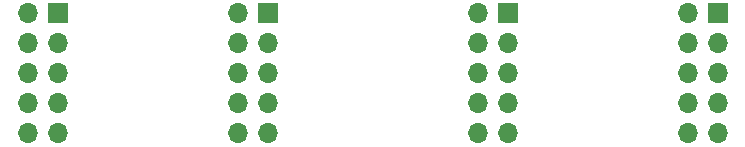
<source format=gtl>
%TF.GenerationSoftware,KiCad,Pcbnew,8.0.6*%
%TF.CreationDate,2024-11-05T14:38:24+11:00*%
%TF.ProjectId,CherrySwitches_3U15HP5x4,43686572-7279-4537-9769-74636865735f,rev?*%
%TF.SameCoordinates,Original*%
%TF.FileFunction,Copper,L1,Top*%
%TF.FilePolarity,Positive*%
%FSLAX46Y46*%
G04 Gerber Fmt 4.6, Leading zero omitted, Abs format (unit mm)*
G04 Created by KiCad (PCBNEW 8.0.6) date 2024-11-05 14:38:24*
%MOMM*%
%LPD*%
G01*
G04 APERTURE LIST*
%TA.AperFunction,ComponentPad*%
%ADD10R,1.700000X1.700000*%
%TD*%
%TA.AperFunction,ComponentPad*%
%ADD11O,1.700000X1.700000*%
%TD*%
G04 APERTURE END LIST*
D10*
%TO.P,J4,1,Pin_1*%
%TO.N,unconnected-(J4-Pin_1-Pad1)*%
X62230000Y-13335000D03*
D11*
%TO.P,J4,2,Pin_2*%
%TO.N,unconnected-(J4-Pin_2-Pad2)*%
X59690000Y-13335000D03*
%TO.P,J4,3,Pin_3*%
%TO.N,unconnected-(J4-Pin_3-Pad3)*%
X62230000Y-15875000D03*
%TO.P,J4,4,Pin_4*%
%TO.N,unconnected-(J4-Pin_4-Pad4)*%
X59690000Y-15875000D03*
%TO.P,J4,5,Pin_5*%
%TO.N,unconnected-(J4-Pin_5-Pad5)*%
X62230000Y-18415000D03*
%TO.P,J4,6,Pin_6*%
%TO.N,unconnected-(J4-Pin_6-Pad6)*%
X59690000Y-18415000D03*
%TO.P,J4,7,Pin_7*%
%TO.N,unconnected-(J4-Pin_7-Pad7)*%
X62230000Y-20955000D03*
%TO.P,J4,8,Pin_8*%
%TO.N,unconnected-(J4-Pin_8-Pad8)*%
X59690000Y-20955000D03*
%TO.P,J4,9,Pin_9*%
%TO.N,unconnected-(J4-Pin_9-Pad9)*%
X62230000Y-23495000D03*
%TO.P,J4,10,Pin_10*%
%TO.N,unconnected-(J4-Pin_10-Pad10)*%
X59690000Y-23495000D03*
%TD*%
D10*
%TO.P,J1,1,Pin_1*%
%TO.N,unconnected-(J1-Pin_1-Pad1)*%
X6350000Y-13335000D03*
D11*
%TO.P,J1,2,Pin_2*%
%TO.N,unconnected-(J1-Pin_2-Pad2)*%
X3810000Y-13335000D03*
%TO.P,J1,3,Pin_3*%
%TO.N,unconnected-(J1-Pin_3-Pad3)*%
X6350000Y-15875000D03*
%TO.P,J1,4,Pin_4*%
%TO.N,unconnected-(J1-Pin_4-Pad4)*%
X3810000Y-15875000D03*
%TO.P,J1,5,Pin_5*%
%TO.N,unconnected-(J1-Pin_5-Pad5)*%
X6350000Y-18415000D03*
%TO.P,J1,6,Pin_6*%
%TO.N,unconnected-(J1-Pin_6-Pad6)*%
X3810000Y-18415000D03*
%TO.P,J1,7,Pin_7*%
%TO.N,unconnected-(J1-Pin_7-Pad7)*%
X6350000Y-20955000D03*
%TO.P,J1,8,Pin_8*%
%TO.N,unconnected-(J1-Pin_8-Pad8)*%
X3810000Y-20955000D03*
%TO.P,J1,9,Pin_9*%
%TO.N,unconnected-(J1-Pin_9-Pad9)*%
X6350000Y-23495000D03*
%TO.P,J1,10,Pin_10*%
%TO.N,unconnected-(J1-Pin_10-Pad10)*%
X3810000Y-23495000D03*
%TD*%
D10*
%TO.P,J2,1,Pin_1*%
%TO.N,unconnected-(J2-Pin_1-Pad1)*%
X24130000Y-13335000D03*
D11*
%TO.P,J2,2,Pin_2*%
%TO.N,unconnected-(J2-Pin_2-Pad2)*%
X21590000Y-13335000D03*
%TO.P,J2,3,Pin_3*%
%TO.N,unconnected-(J2-Pin_3-Pad3)*%
X24130000Y-15875000D03*
%TO.P,J2,4,Pin_4*%
%TO.N,unconnected-(J2-Pin_4-Pad4)*%
X21590000Y-15875000D03*
%TO.P,J2,5,Pin_5*%
%TO.N,unconnected-(J2-Pin_5-Pad5)*%
X24130000Y-18415000D03*
%TO.P,J2,6,Pin_6*%
%TO.N,unconnected-(J2-Pin_6-Pad6)*%
X21590000Y-18415000D03*
%TO.P,J2,7,Pin_7*%
%TO.N,unconnected-(J2-Pin_7-Pad7)*%
X24130000Y-20955000D03*
%TO.P,J2,8,Pin_8*%
%TO.N,unconnected-(J2-Pin_8-Pad8)*%
X21590000Y-20955000D03*
%TO.P,J2,9,Pin_9*%
%TO.N,unconnected-(J2-Pin_9-Pad9)*%
X24130000Y-23495000D03*
%TO.P,J2,10,Pin_10*%
%TO.N,unconnected-(J2-Pin_10-Pad10)*%
X21590000Y-23495000D03*
%TD*%
D10*
%TO.P,J3,1,Pin_1*%
%TO.N,unconnected-(J3-Pin_1-Pad1)*%
X44450000Y-13335000D03*
D11*
%TO.P,J3,2,Pin_2*%
%TO.N,unconnected-(J3-Pin_2-Pad2)*%
X41910000Y-13335000D03*
%TO.P,J3,3,Pin_3*%
%TO.N,unconnected-(J3-Pin_3-Pad3)*%
X44450000Y-15875000D03*
%TO.P,J3,4,Pin_4*%
%TO.N,unconnected-(J3-Pin_4-Pad4)*%
X41910000Y-15875000D03*
%TO.P,J3,5,Pin_5*%
%TO.N,unconnected-(J3-Pin_5-Pad5)*%
X44450000Y-18415000D03*
%TO.P,J3,6,Pin_6*%
%TO.N,unconnected-(J3-Pin_6-Pad6)*%
X41910000Y-18415000D03*
%TO.P,J3,7,Pin_7*%
%TO.N,unconnected-(J3-Pin_7-Pad7)*%
X44450000Y-20955000D03*
%TO.P,J3,8,Pin_8*%
%TO.N,unconnected-(J3-Pin_8-Pad8)*%
X41910000Y-20955000D03*
%TO.P,J3,9,Pin_9*%
%TO.N,unconnected-(J3-Pin_9-Pad9)*%
X44450000Y-23495000D03*
%TO.P,J3,10,Pin_10*%
%TO.N,unconnected-(J3-Pin_10-Pad10)*%
X41910000Y-23495000D03*
%TD*%
M02*

</source>
